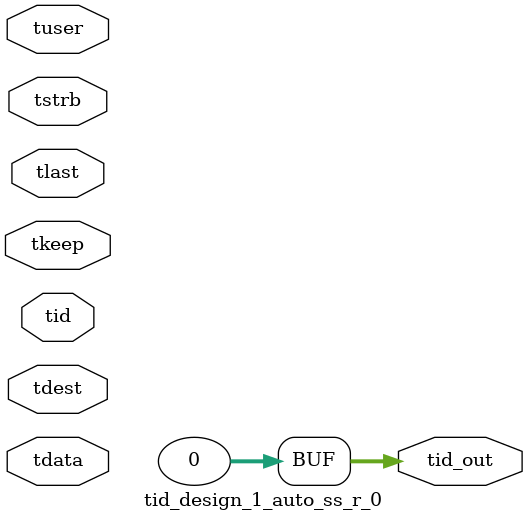
<source format=v>


`timescale 1ps/1ps

module tid_design_1_auto_ss_r_0 #
(
parameter C_S_AXIS_TID_WIDTH   = 1,
parameter C_S_AXIS_TUSER_WIDTH = 0,
parameter C_S_AXIS_TDATA_WIDTH = 0,
parameter C_S_AXIS_TDEST_WIDTH = 0,
parameter C_M_AXIS_TID_WIDTH   = 32
)
(
input  [(C_S_AXIS_TID_WIDTH   == 0 ? 1 : C_S_AXIS_TID_WIDTH)-1:0       ] tid,
input  [(C_S_AXIS_TDATA_WIDTH == 0 ? 1 : C_S_AXIS_TDATA_WIDTH)-1:0     ] tdata,
input  [(C_S_AXIS_TUSER_WIDTH == 0 ? 1 : C_S_AXIS_TUSER_WIDTH)-1:0     ] tuser,
input  [(C_S_AXIS_TDEST_WIDTH == 0 ? 1 : C_S_AXIS_TDEST_WIDTH)-1:0     ] tdest,
input  [(C_S_AXIS_TDATA_WIDTH/8)-1:0 ] tkeep,
input  [(C_S_AXIS_TDATA_WIDTH/8)-1:0 ] tstrb,
input                                                                    tlast,
output [(C_M_AXIS_TID_WIDTH   == 0 ? 1 : C_M_AXIS_TID_WIDTH)-1:0       ] tid_out
);

assign tid_out = {1'b0};

endmodule


</source>
